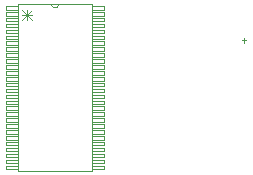
<source format=gm1>
G04 Layer_Color=16711935*
%FSAX44Y44*%
%MOMM*%
G71*
G01*
G75*
%ADD42C,0.0762*%
%ADD70C,0.0000*%
%ADD71C,0.1000*%
D42*
X00752187Y00885888D02*
X00760651Y00877424D01*
X00752187D02*
X00760651Y00885888D01*
X00752187Y00881656D02*
X00760651D01*
X00756419Y00877424D02*
Y00885888D01*
D70*
X00776952Y00890485D02*
G03*
X00783048Y00890485I00003048J00000000D01*
G01*
X00749012Y00749515D02*
Y00890485D01*
X00810988D01*
Y00749515D02*
Y00890485D01*
X00749012Y00749515D02*
X00810988D01*
Y00889024D02*
X00821529D01*
Y00885976D02*
Y00889024D01*
X00810988Y00885976D02*
X00821529D01*
X00810988D02*
Y00889024D01*
Y00884024D02*
X00821529D01*
Y00880976D02*
Y00884024D01*
X00810988Y00880976D02*
X00821529D01*
X00810988D02*
Y00884024D01*
Y00879024D02*
X00821529D01*
Y00875976D02*
Y00879024D01*
X00810988Y00875976D02*
X00821529D01*
X00810988D02*
Y00879024D01*
Y00874024D02*
X00821529D01*
Y00870976D02*
Y00874024D01*
X00810988Y00870976D02*
X00821529D01*
X00810988D02*
Y00874024D01*
Y00869024D02*
X00821529D01*
Y00865976D02*
Y00869024D01*
X00810988Y00865976D02*
X00821529D01*
X00810988D02*
Y00869024D01*
Y00864024D02*
X00821529D01*
Y00860976D02*
Y00864024D01*
X00810988Y00860976D02*
X00821529D01*
X00810988D02*
Y00864024D01*
Y00859024D02*
X00821529D01*
Y00855976D02*
Y00859024D01*
X00810988Y00855976D02*
X00821529D01*
X00810988D02*
Y00859024D01*
Y00854024D02*
X00821529D01*
Y00850976D02*
Y00854024D01*
X00810988Y00850976D02*
X00821529D01*
X00810988D02*
Y00854024D01*
Y00849024D02*
X00821529D01*
Y00845976D02*
Y00849024D01*
X00810988Y00845976D02*
X00821529D01*
X00810988D02*
Y00849024D01*
Y00844024D02*
X00821529D01*
Y00840976D02*
Y00844024D01*
X00810988Y00840976D02*
X00821529D01*
X00810988D02*
Y00844024D01*
Y00839024D02*
X00821529D01*
Y00835976D02*
Y00839024D01*
X00810988Y00835976D02*
X00821529D01*
X00810988D02*
Y00839024D01*
Y00834024D02*
X00821529D01*
Y00830976D02*
Y00834024D01*
X00810988Y00830976D02*
X00821529D01*
X00810988D02*
Y00834024D01*
Y00829024D02*
X00821529D01*
Y00825976D02*
Y00829024D01*
X00810988Y00825976D02*
X00821529D01*
X00810988D02*
Y00829024D01*
Y00824024D02*
X00821529D01*
Y00820976D02*
Y00824024D01*
X00810988Y00820976D02*
X00821529D01*
X00810988D02*
Y00824024D01*
Y00819024D02*
X00821529D01*
Y00815976D02*
Y00819024D01*
X00810988Y00815976D02*
X00821529D01*
X00810988D02*
Y00819024D01*
Y00814024D02*
X00821529D01*
Y00810976D02*
Y00814024D01*
X00810988Y00810976D02*
X00821529D01*
X00810988D02*
Y00814024D01*
Y00809024D02*
X00821529D01*
Y00805976D02*
Y00809024D01*
X00810988Y00805976D02*
X00821529D01*
X00810988D02*
Y00809024D01*
Y00804024D02*
X00821529D01*
Y00800976D02*
Y00804024D01*
X00810988Y00800976D02*
X00821529D01*
X00810988D02*
Y00804024D01*
Y00799024D02*
X00821529D01*
Y00795976D02*
Y00799024D01*
X00810988Y00795976D02*
X00821529D01*
X00810988D02*
Y00799024D01*
Y00794024D02*
X00821529D01*
Y00790976D02*
Y00794024D01*
X00810988Y00790976D02*
X00821529D01*
X00810988D02*
Y00794024D01*
Y00789024D02*
X00821529D01*
Y00785976D02*
Y00789024D01*
X00810988Y00785976D02*
X00821529D01*
X00810988D02*
Y00789024D01*
Y00784024D02*
X00821529D01*
Y00780976D02*
Y00784024D01*
X00810988Y00780976D02*
X00821529D01*
X00810988D02*
Y00784024D01*
Y00779024D02*
X00821529D01*
Y00775976D02*
Y00779024D01*
X00810988Y00775976D02*
X00821529D01*
X00810988D02*
Y00779024D01*
Y00774024D02*
X00821529D01*
Y00770976D02*
Y00774024D01*
X00810988Y00770976D02*
X00821529D01*
X00810988D02*
Y00774024D01*
Y00769024D02*
X00821529D01*
Y00765976D02*
Y00769024D01*
X00810988Y00765976D02*
X00821529D01*
X00810988D02*
Y00769024D01*
Y00764024D02*
X00821529D01*
Y00760976D02*
Y00764024D01*
X00810988Y00760976D02*
X00821529D01*
X00810988D02*
Y00764024D01*
Y00759024D02*
X00821529D01*
Y00755976D02*
Y00759024D01*
X00810988Y00755976D02*
X00821529D01*
X00810988D02*
Y00759024D01*
Y00754024D02*
X00821529D01*
Y00750976D02*
Y00754024D01*
X00810988Y00750976D02*
X00821529D01*
X00810988D02*
Y00754024D01*
X00738471Y00750976D02*
X00749012D01*
X00738471D02*
Y00754024D01*
X00749012D01*
Y00750976D02*
Y00754024D01*
X00738471Y00755976D02*
X00749012D01*
X00738471D02*
Y00759024D01*
X00749012D01*
Y00755976D02*
Y00759024D01*
X00738471Y00760976D02*
X00749012D01*
X00738471D02*
Y00764024D01*
X00749012D01*
Y00760976D02*
Y00764024D01*
X00738471Y00765976D02*
X00749012D01*
X00738471D02*
Y00769024D01*
X00749012D01*
Y00765976D02*
Y00769024D01*
X00738471Y00770976D02*
X00749012D01*
X00738471D02*
Y00774024D01*
X00749012D01*
Y00770976D02*
Y00774024D01*
X00738471Y00775976D02*
X00749012D01*
X00738471D02*
Y00779024D01*
X00749012D01*
Y00775976D02*
Y00779024D01*
X00738471Y00780976D02*
X00749012D01*
X00738471D02*
Y00784024D01*
X00749012D01*
Y00780976D02*
Y00784024D01*
X00738471Y00785976D02*
X00749012D01*
X00738471D02*
Y00789024D01*
X00749012D01*
Y00785976D02*
Y00789024D01*
X00738471Y00790976D02*
X00749012D01*
X00738471D02*
Y00794024D01*
X00749012D01*
Y00790976D02*
Y00794024D01*
X00738471Y00795976D02*
X00749012D01*
X00738471D02*
Y00799024D01*
X00749012D01*
Y00795976D02*
Y00799024D01*
X00738471Y00800976D02*
X00749012D01*
X00738471D02*
Y00804024D01*
X00749012D01*
Y00800976D02*
Y00804024D01*
X00738471Y00805976D02*
X00749012D01*
X00738471D02*
Y00809024D01*
X00749012D01*
Y00805976D02*
Y00809024D01*
X00738471Y00810976D02*
X00749012D01*
X00738471D02*
Y00814024D01*
X00749012D01*
Y00810976D02*
Y00814024D01*
X00738471Y00815976D02*
X00749012D01*
X00738471D02*
Y00819024D01*
X00749012D01*
Y00815976D02*
Y00819024D01*
X00738471Y00820976D02*
X00749012D01*
X00738471D02*
Y00824024D01*
X00749012D01*
Y00820976D02*
Y00824024D01*
X00738471Y00825976D02*
X00749012D01*
X00738471D02*
Y00829024D01*
X00749012D01*
Y00825976D02*
Y00829024D01*
X00738471Y00830976D02*
X00749012D01*
X00738471D02*
Y00834024D01*
X00749012D01*
Y00830976D02*
Y00834024D01*
X00738471Y00835976D02*
X00749012D01*
X00738471D02*
Y00839024D01*
X00749012D01*
Y00835976D02*
Y00839024D01*
X00738471Y00840976D02*
X00749012D01*
X00738471D02*
Y00844024D01*
X00749012D01*
Y00840976D02*
Y00844024D01*
X00738471Y00845976D02*
X00749012D01*
X00738471D02*
Y00849024D01*
X00749012D01*
Y00845976D02*
Y00849024D01*
X00738471Y00850976D02*
X00749012D01*
X00738471D02*
Y00854024D01*
X00749012D01*
Y00850976D02*
Y00854024D01*
X00738471Y00855976D02*
X00749012D01*
X00738471D02*
Y00859024D01*
X00749012D01*
Y00855976D02*
Y00859024D01*
X00738471Y00860976D02*
X00749012D01*
X00738471D02*
Y00864024D01*
X00749012D01*
Y00860976D02*
Y00864024D01*
X00738471Y00865976D02*
X00749012D01*
X00738471D02*
Y00869024D01*
X00749012D01*
Y00865976D02*
Y00869024D01*
X00738471Y00870976D02*
X00749012D01*
X00738471D02*
Y00874024D01*
X00749012D01*
Y00870976D02*
Y00874024D01*
X00738471Y00875976D02*
X00749012D01*
X00738471D02*
Y00879024D01*
X00749012D01*
Y00875976D02*
Y00879024D01*
X00738471Y00880976D02*
X00749012D01*
X00738471D02*
Y00884024D01*
X00749012D01*
Y00880976D02*
Y00884024D01*
X00738471Y00885976D02*
X00749012D01*
X00738471D02*
Y00889024D01*
X00749012D01*
Y00885976D02*
Y00889024D01*
D71*
X00940000Y00858000D02*
Y00862000D01*
X00938000Y00860000D02*
X00942000D01*
M02*

</source>
